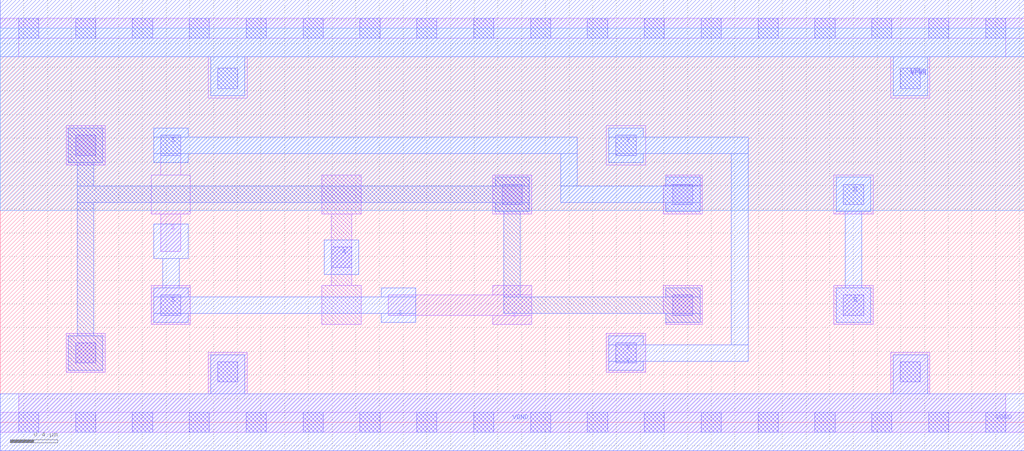
<source format=lef>
VERSION 5.7 ;
  NOWIREEXTENSIONATPIN ON ;
  DIVIDERCHAR "/" ;
  BUSBITCHARS "[]" ;
MACRO MUX2X1
  CLASS CORE ;
  FOREIGN MUX2X1 ;
  ORIGIN 0.000 0.000 ;
  SIZE 8.640 BY 3.330 ;
  SYMMETRY X Y ;
  SITE unit ;
  PIN A
    ANTENNAGATEAREA 0.189000 ;
    PORT
      LAYER met1 ;
        RECT 2.735 1.250 3.025 1.540 ;
    END
  END A
  PIN B
    ANTENNAGATEAREA 0.189000 ;
    PORT
      LAYER met1 ;
        RECT 7.055 1.780 7.345 2.070 ;
        RECT 7.130 1.135 7.270 1.780 ;
        RECT 7.055 0.845 7.345 1.135 ;
    END
    PORT
      LAYER li1 ;
        RECT 7.035 1.760 7.365 2.090 ;
      LAYER mcon ;
        RECT 7.115 1.840 7.285 2.010 ;
    END
  END B
  PIN S
    ANTENNAGATEAREA 0.378000 ;
    PORT
      LAYER met1 ;
        RECT 1.295 2.410 1.585 2.485 ;
        RECT 1.295 2.270 4.870 2.410 ;
        RECT 1.295 2.195 1.585 2.270 ;
        RECT 4.730 1.995 4.870 2.270 ;
        RECT 5.615 1.995 5.905 2.070 ;
        RECT 4.730 1.855 5.905 1.995 ;
        RECT 5.615 1.780 5.905 1.855 ;
        RECT 1.295 1.385 1.585 1.675 ;
        RECT 1.370 1.135 1.510 1.385 ;
        RECT 1.295 1.060 1.585 1.135 ;
        RECT 3.215 1.060 3.505 1.135 ;
        RECT 1.295 0.920 3.505 1.060 ;
        RECT 1.295 0.845 1.585 0.920 ;
        RECT 3.215 0.845 3.505 0.920 ;
    END
    PORT
      LAYER li1 ;
        RECT 4.155 1.075 4.485 1.155 ;
        RECT 3.275 0.905 4.485 1.075 ;
        RECT 4.155 0.825 4.485 0.905 ;
    END
    PORT
      LAYER li1 ;
        RECT 1.275 0.825 1.605 1.155 ;
      LAYER mcon ;
        RECT 1.355 0.905 1.525 1.075 ;
    END
    PORT
      LAYER li1 ;
        RECT 1.355 2.090 1.525 2.425 ;
        RECT 1.275 1.760 1.605 2.090 ;
        RECT 1.355 1.445 1.525 1.760 ;
      LAYER mcon ;
        RECT 1.355 2.255 1.525 2.425 ;
    END
  END S
  PIN VGND
    ANTENNADIFFAREA 0.873600 ;
    PORT
      LAYER met1 ;
        RECT 1.775 0.240 2.065 0.570 ;
        RECT 7.535 0.240 7.825 0.570 ;
        RECT 0.000 -0.240 8.640 0.240 ;
    END
    PORT
      LAYER li1 ;
        RECT 1.755 0.240 2.085 0.590 ;
        RECT 7.515 0.240 7.845 0.590 ;
        RECT 0.155 0.085 8.485 0.240 ;
        RECT 0.000 -0.085 8.640 0.085 ;
      LAYER mcon ;
        RECT 1.835 0.340 2.005 0.510 ;
        RECT 7.595 0.340 7.765 0.510 ;
        RECT 0.155 -0.085 0.325 0.085 ;
        RECT 0.635 -0.085 0.805 0.085 ;
        RECT 1.115 -0.085 1.285 0.085 ;
        RECT 1.595 -0.085 1.765 0.085 ;
        RECT 2.075 -0.085 2.245 0.085 ;
        RECT 2.555 -0.085 2.725 0.085 ;
        RECT 3.035 -0.085 3.205 0.085 ;
        RECT 3.515 -0.085 3.685 0.085 ;
        RECT 3.995 -0.085 4.165 0.085 ;
        RECT 4.475 -0.085 4.645 0.085 ;
        RECT 4.955 -0.085 5.125 0.085 ;
        RECT 5.435 -0.085 5.605 0.085 ;
        RECT 5.915 -0.085 6.085 0.085 ;
        RECT 6.395 -0.085 6.565 0.085 ;
        RECT 6.875 -0.085 7.045 0.085 ;
        RECT 7.355 -0.085 7.525 0.085 ;
        RECT 7.835 -0.085 8.005 0.085 ;
        RECT 8.315 -0.085 8.485 0.085 ;
    END
    PORT
      LAYER met1 ;
        RECT 0.000 3.090 8.640 3.570 ;
        RECT 1.775 2.760 2.065 3.090 ;
        RECT 7.535 2.760 7.825 3.090 ;
    END
  END VGND
  PIN VPWR
    ANTENNADIFFAREA 1.747200 ;
    PORT
      LAYER li1 ;
        RECT 0.000 3.245 8.640 3.415 ;
        RECT 0.155 3.090 8.485 3.245 ;
        RECT 1.755 2.740 2.085 3.090 ;
        RECT 7.515 2.740 7.845 3.090 ;
      LAYER mcon ;
        RECT 0.155 3.245 0.325 3.415 ;
        RECT 0.635 3.245 0.805 3.415 ;
        RECT 1.115 3.245 1.285 3.415 ;
        RECT 1.595 3.245 1.765 3.415 ;
        RECT 2.075 3.245 2.245 3.415 ;
        RECT 2.555 3.245 2.725 3.415 ;
        RECT 3.035 3.245 3.205 3.415 ;
        RECT 3.515 3.245 3.685 3.415 ;
        RECT 3.995 3.245 4.165 3.415 ;
        RECT 4.475 3.245 4.645 3.415 ;
        RECT 4.955 3.245 5.125 3.415 ;
        RECT 5.435 3.245 5.605 3.415 ;
        RECT 5.915 3.245 6.085 3.415 ;
        RECT 6.395 3.245 6.565 3.415 ;
        RECT 6.875 3.245 7.045 3.415 ;
        RECT 7.355 3.245 7.525 3.415 ;
        RECT 7.835 3.245 8.005 3.415 ;
        RECT 8.315 3.245 8.485 3.415 ;
        RECT 1.835 2.820 2.005 2.990 ;
        RECT 7.595 2.820 7.765 2.990 ;
    END
  END VPWR
  PIN Y
    ANTENNADIFFAREA 1.661650 ;
    PORT
      LAYER met1 ;
        RECT 5.135 2.410 5.425 2.485 ;
        RECT 5.135 2.270 6.310 2.410 ;
        RECT 5.135 2.195 5.425 2.270 ;
        RECT 5.135 0.655 5.425 0.730 ;
        RECT 6.170 0.655 6.310 2.270 ;
        RECT 5.135 0.515 6.310 0.655 ;
        RECT 5.135 0.440 5.425 0.515 ;
    END
    PORT
      LAYER li1 ;
        RECT 5.115 0.420 5.445 0.750 ;
      LAYER mcon ;
        RECT 5.195 0.500 5.365 0.670 ;
    END
    PORT
      LAYER li1 ;
        RECT 5.115 2.175 5.445 2.505 ;
      LAYER mcon ;
        RECT 5.195 2.255 5.365 2.425 ;
    END
  END Y
  OBS
      LAYER nwell ;
        RECT 0.000 1.790 8.640 3.330 ;
      LAYER li1 ;
        RECT 0.555 2.175 0.885 2.505 ;
        RECT 2.715 1.760 3.045 2.090 ;
        RECT 4.155 1.760 4.485 2.090 ;
        RECT 5.615 2.005 5.925 2.090 ;
        RECT 5.595 1.760 5.925 2.005 ;
        RECT 2.795 1.155 2.965 1.760 ;
        RECT 2.715 0.825 3.045 1.155 ;
        RECT 5.595 0.920 5.925 1.155 ;
        RECT 5.615 0.825 5.925 0.920 ;
        RECT 7.035 0.825 7.365 1.155 ;
        RECT 0.555 0.420 0.885 0.750 ;
      LAYER mcon ;
        RECT 0.635 2.255 0.805 2.425 ;
        RECT 4.235 1.840 4.405 2.010 ;
        RECT 5.675 1.840 5.845 2.010 ;
        RECT 2.795 1.310 2.965 1.480 ;
        RECT 5.675 0.905 5.845 1.075 ;
        RECT 7.115 0.905 7.285 1.075 ;
        RECT 0.635 0.500 0.805 0.670 ;
      LAYER met1 ;
        RECT 0.575 2.195 0.865 2.485 ;
        RECT 0.650 1.995 0.790 2.195 ;
        RECT 4.175 1.995 4.465 2.070 ;
        RECT 0.650 1.855 4.465 1.995 ;
        RECT 0.650 0.730 0.790 1.855 ;
        RECT 4.175 1.780 4.465 1.855 ;
        RECT 4.250 1.060 4.390 1.780 ;
        RECT 5.615 1.060 5.905 1.135 ;
        RECT 4.250 0.920 5.905 1.060 ;
        RECT 5.615 0.845 5.905 0.920 ;
        RECT 0.575 0.440 0.865 0.730 ;
  END
END MUX2X1
END LIBRARY


</source>
